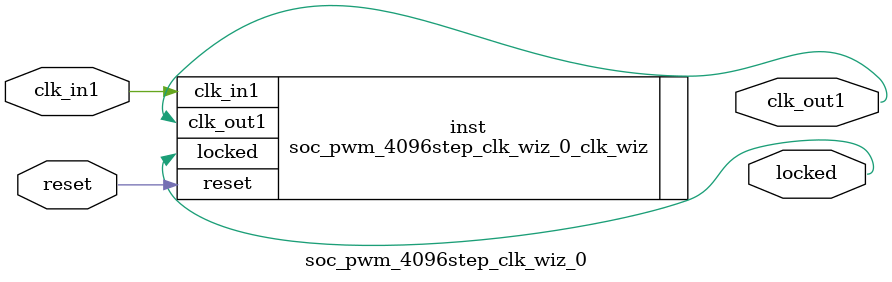
<source format=v>


`timescale 1ps/1ps

(* CORE_GENERATION_INFO = "soc_pwm_4096step_clk_wiz_0,clk_wiz_v6_0_15_0_0,{component_name=soc_pwm_4096step_clk_wiz_0,use_phase_alignment=true,use_min_o_jitter=false,use_max_i_jitter=false,use_dyn_phase_shift=false,use_inclk_switchover=false,use_dyn_reconfig=false,enable_axi=0,feedback_source=FDBK_AUTO,PRIMITIVE=MMCM,num_out_clk=1,clkin1_period=10.000,clkin2_period=10.000,use_power_down=false,use_reset=true,use_locked=true,use_inclk_stopped=false,feedback_type=SINGLE,CLOCK_MGR_TYPE=NA,manual_override=false}" *)

module soc_pwm_4096step_clk_wiz_0 
 (
  // Clock out ports
  output        clk_out1,
  // Status and control signals
  input         reset,
  output        locked,
 // Clock in ports
  input         clk_in1
 );

  soc_pwm_4096step_clk_wiz_0_clk_wiz inst
  (
  // Clock out ports  
  .clk_out1(clk_out1),
  // Status and control signals               
  .reset(reset), 
  .locked(locked),
 // Clock in ports
  .clk_in1(clk_in1)
  );

endmodule

</source>
